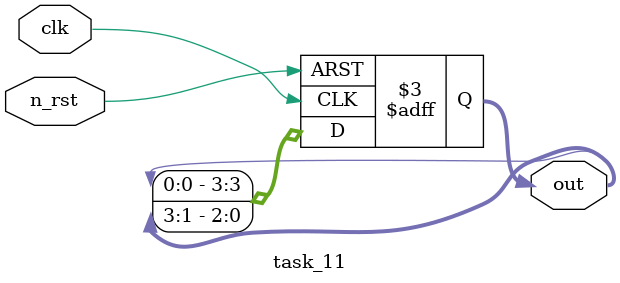
<source format=v>
module  task_11(clk, n_rst, out);
  
  parameter               WIDTH = 4;
  input                   clk, n_rst;
  output reg  [WIDTH-1:0] out;
  
  always @(posedge clk or negedge n_rst) begin
    if(!n_rst) begin
      out <= 4'b1000;
    end
    else begin
      out <= {out[0], out[WIDTH-1:1]};
    end
  end  
  
  
endmodule
</source>
